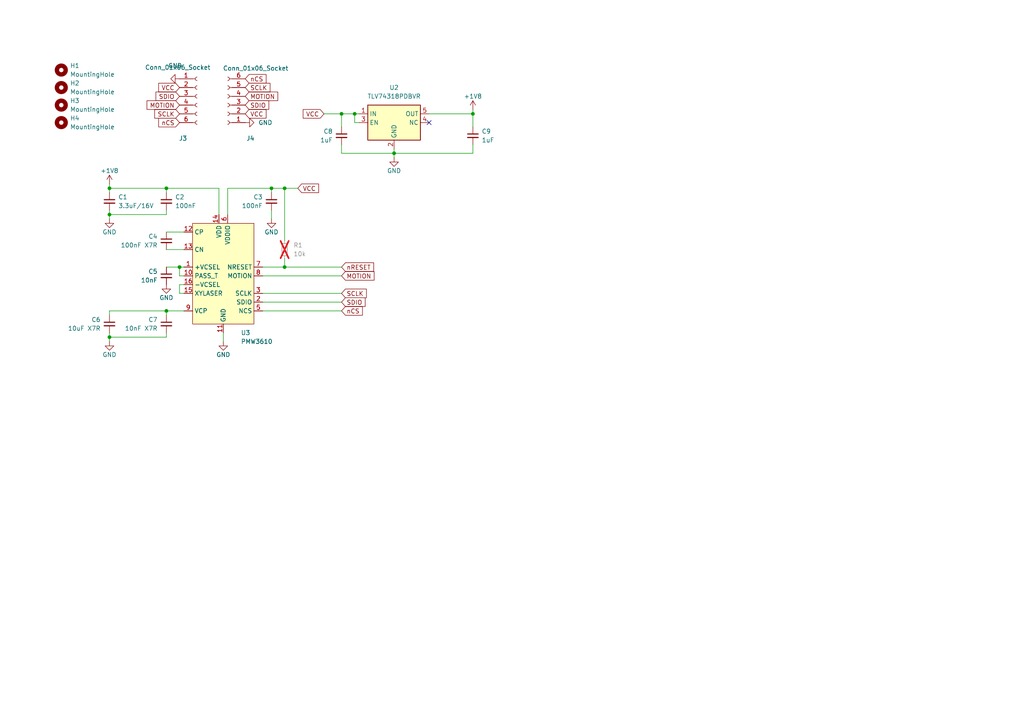
<source format=kicad_sch>
(kicad_sch (version 20250114) (generator "eeschema") (generator_version "9.0")
  (paper "A4")
  (lib_symbols
    (symbol "Connector:Conn_01x06_Socket" (pin_names (offset 1.016) (hide yes))
      (property "Reference" "J" (at 0 7.62 0))
      (property "Value" "Conn_01x06_Socket" (at 0 -10.16 0))
      (symbol "Conn_01x06_Socket_1_1"
        (polyline (pts (xy -1.27 5.08) (xy -0.508 5.08)) (stroke (width 0.1524)))
        (polyline (pts (xy -1.27 2.54) (xy -0.508 2.54)) (stroke (width 0.1524)))
        (polyline (pts (xy -1.27 0) (xy -0.508 0)) (stroke (width 0.1524)))
        (polyline (pts (xy -1.27 -2.54) (xy -0.508 -2.54)) (stroke (width 0.1524)))
        (polyline (pts (xy -1.27 -5.08) (xy -0.508 -5.08)) (stroke (width 0.1524)))
        (polyline (pts (xy -1.27 -7.62) (xy -0.508 -7.62)) (stroke (width 0.1524)))
        (arc (start 0 4.572) (mid -0.5058 5.08) (end 0 5.588) (stroke (width 0.1524)))
        (arc (start 0 2.032) (mid -0.5058 2.54) (end 0 3.048) (stroke (width 0.1524)))
        (arc (start 0 -0.508) (mid -0.5058 0) (end 0 0.508) (stroke (width 0.1524)))
        (arc (start 0 -3.048) (mid -0.5058 -2.54) (end 0 -2.032) (stroke (width 0.1524)))
        (arc (start 0 -5.588) (mid -0.5058 -5.08) (end 0 -4.572) (stroke (width 0.1524)))
        (arc (start 0 -8.128) (mid -0.5058 -7.62) (end 0 -7.112) (stroke (width 0.1524)))
        (pin passive line (at -5.08 5.08 0) (length 3.81) (name "Pin_1") (number "1"))
        (pin passive line (at -5.08 2.54 0) (length 3.81) (name "Pin_2") (number "2"))
        (pin passive line (at -5.08 0 0) (length 3.81) (name "Pin_3") (number "3"))
        (pin passive line (at -5.08 -2.54 0) (length 3.81) (name "Pin_4") (number "4"))
        (pin passive line (at -5.08 -5.08 0) (length 3.81) (name "Pin_5") (number "5"))
        (pin passive line (at -5.08 -7.62 0) (length 3.81) (name "Pin_6") (number "6"))
      )
    )
    (symbol "Device:C_Small" (pin_numbers (hide yes)) (pin_names (offset 0.254) (hide yes))
      (property "Reference" "C" (at 0.254 1.778 0))
      (property "Value" "C_Small" (at 0.254 -2.032 0))
      (symbol "C_Small_0_1"
        (polyline (pts (xy -1.524 0.508) (xy 1.524 0.508)) (stroke (width 0.3048)))
        (polyline (pts (xy -1.524 -0.508) (xy 1.524 -0.508)) (stroke (width 0.3302)))
      )
      (symbol "C_Small_1_1"
        (pin passive line (at 0 2.54 270) (length 2.032) (name "~") (number "1"))
        (pin passive line (at 0 -2.54 90) (length 2.032) (name "~") (number "2"))
      )
    )
    (symbol "Device:R_Small" (pin_numbers (hide yes)) (pin_names (offset 0.254) (hide yes))
      (property "Reference" "R" (at 0.762 0.508 0))
      (property "Value" "R_Small" (at 0.762 -1.016 0))
      (symbol "R_Small_0_1"
        (rectangle (start -0.762 1.778) (end 0.762 -1.778) (stroke (width 0.2032)))
      )
      (symbol "R_Small_1_1"
        (pin passive line (at 0 2.54 270) (length 0.762) (name "~") (number "1"))
        (pin passive line (at 0 -2.54 90) (length 0.762) (name "~") (number "2"))
      )
    )
    (symbol "GND_2" (power) (pin_numbers (hide yes)) (pin_names (offset 0) (hide yes))
      (property "Value" "GND" (at 0 -3.81 0))
      (symbol "GND_2_0_1"
        (polyline (pts (xy 0 0) (xy 0 -1.27) (xy 1.27 -1.27) (xy 0 -2.54) (xy -1.27 -1.27) (xy 0 -1.27)))
      )
      (symbol "GND_2_1_1"
        (pin power_in line (at 0 0 270) (length 0) (name "~") (number "1"))
      )
    )
    (symbol "Mechanical:MountingHole" (pin_names (offset 1.016)) (in_bom no)
      (property "Reference" "H" (at 0 5.08 0))
      (property "Value" "MountingHole" (at 0 3.175 0))
      (symbol "MountingHole_0_1"
        (circle (center 0 0) (radius 1.27) (stroke (width 1.27)))
      )
    )
    (symbol "pmw3610_pcb:PMW3610DM-SUDU"
      (property "Reference" "U?" (at 7.62 -15.24 0))
      (property "Value" "PMW3610" (at 10.16 -17.78 0))
      (symbol "PMW3610DM-SUDU_0_1"
        (rectangle (start -8.89 15.24) (end 8.89 -13.97) (fill (type background)))
      )
      (symbol "PMW3610DM-SUDU_1_1"
        (pin power_in line (at -11.43 12.7 0) (length 2.54) (name "CP") (number "12"))
        (pin power_in line (at -11.43 7.62 0) (length 2.54) (name "CN") (number "13"))
        (pin input line (at -11.43 2.54 0) (length 2.54) (name "+VCSEL") (number "1"))
        (pin power_in line (at -11.43 0 0) (length 2.54) (name "PASS_T") (number "10"))
        (pin input line (at -11.43 -2.54 0) (length 2.54) (name "-VCSEL") (number "16"))
        (pin input line (at -11.43 -5.08 0) (length 2.54) (name "XYLASER") (number "15"))
        (pin power_in line (at -11.43 -10.16 0) (length 2.54) (name "VCP") (number "9"))
        (pin power_in line (at -1.27 17.78 270) (length 2.54) (name "VDD") (number "14"))
        (pin power_in line (at 0 -16.51 90) (length 2.54) (name "GND") (number "11"))
        (pin power_in line (at 1.27 17.78 270) (length 2.54) (name "VDDIO") (number "6"))
        (pin no_connect line (at 2.54 -13.97 270) (length 2.54) (hide yes) (name "NC") (number "4"))
        (pin input line (at 11.43 2.54 180) (length 2.54) (name "NRESET") (number "7"))
        (pin output line (at 11.43 0 180) (length 2.54) (name "MOTION") (number "8"))
        (pin input line (at 11.43 -5.08 180) (length 2.54) (name "SCLK") (number "3"))
        (pin bidirectional line (at 11.43 -7.62 180) (length 2.54) (name "SDIO") (number "2"))
        (pin input line (at 11.43 -10.16 180) (length 2.54) (name "NCS") (number "5"))
      )
    )
    (symbol "pmw3610_pcb:TLV74318PDBVR"
      (property "Reference" "U" (at 0 8.89 0))
      (property "Value" "TLV74318PDBVR" (at 0 6.35 0))
      (symbol "TLV74318PDBVR_0_1"
        (rectangle (start -7.62 5.08) (end 7.62 -5.08) (stroke (width 0.254)) (fill (type background)))
      )
      (symbol "TLV74318PDBVR_1_1"
        (pin power_in line (at -10.16 2.54 0) (length 2.54) (name "IN") (number "1"))
        (pin input line (at -10.16 0 0) (length 2.54) (name "EN") (number "3"))
        (pin power_in line (at 0 -7.62 90) (length 2.54) (name "GND") (number "2"))
        (pin power_out line (at 10.16 2.54 180) (length 2.54) (name "OUT") (number "5"))
        (pin output line (at 10.16 0 180) (length 2.54) (name "NC") (number "4"))
      )
    )
    (symbol "power:+1V8" (power) (pin_names (offset 0))
      (property "Value" "+1V8" (at 0 3.556 0))
      (symbol "+1V8_0_1"
        (polyline (pts (xy -0.762 1.27) (xy 0 2.54)))
        (polyline (pts (xy 0 2.54) (xy 0.762 1.27)))
        (polyline (pts (xy 0 0) (xy 0 2.54)))
      )
      (symbol "+1V8_1_1"
        (pin power_in line (at 0 0 90) (length 0) (hide yes) (name "+1V8") (number "1"))
      )
    )
    (symbol "power:GND" (power) (pin_names (offset 0))
      (property "Value" "GND" (at 0 -3.81 0))
      (symbol "GND_0_1"
        (polyline (pts (xy 0 0) (xy 0 -1.27) (xy 1.27 -1.27) (xy 0 -2.54) (xy -1.27 -1.27) (xy 0 -1.27)))
      )
      (symbol "GND_1_1"
        (pin power_in line (at 0 0 270) (length 0) (hide yes) (name "GND") (number "1"))
      )
    )
  )
  (junction (at 78.74 54.61))
  (junction (at 52.07 77.47))
  (junction (at 137.16 33.02))
  (junction (at 48.26 90.17))
  (junction (at 31.75 62.23))
  (junction (at 82.55 54.61))
  (junction (at 99.06 33.02))
  (junction (at 48.26 54.61))
  (junction (at 31.75 54.61))
  (junction (at 31.75 97.79))
  (junction (at 82.55 77.47))
  (junction (at 114.3 44.45))
  (junction (at 102.87 33.02))
  (no_connect (at 124.46 35.56))
  (wire (pts (xy 31.75 63.5) (xy 31.75 62.23)))
  (wire (pts (xy 31.75 97.79) (xy 48.26 97.79)))
  (wire (pts (xy 48.26 90.17) (xy 53.34 90.17)))
  (wire (pts (xy 78.74 54.61) (xy 82.55 54.61)))
  (wire (pts (xy 93.98 33.02) (xy 99.06 33.02)))
  (wire (pts (xy 99.06 85.09) (xy 76.2 85.09)))
  (wire (pts (xy 52.07 82.55) (xy 53.34 82.55)))
  (wire (pts (xy 114.3 44.45) (xy 114.3 45.72)))
  (wire (pts (xy 99.06 87.63) (xy 76.2 87.63)))
  (wire (pts (xy 66.04 54.61) (xy 78.74 54.61)))
  (wire (pts (xy 114.3 44.45) (xy 137.16 44.45)))
  (wire (pts (xy 31.75 90.17) (xy 48.26 90.17)))
  (wire (pts (xy 99.06 90.17) (xy 76.2 90.17)))
  (wire (pts (xy 53.34 80.01) (xy 52.07 80.01)))
  (wire (pts (xy 137.16 36.83) (xy 137.16 33.02)))
  (wire (pts (xy 82.55 77.47) (xy 82.55 74.93)))
  (wire (pts (xy 104.14 33.02) (xy 102.87 33.02)))
  (wire (pts (xy 99.06 41.91) (xy 99.06 44.45)))
  (wire (pts (xy 48.26 67.31) (xy 53.34 67.31)))
  (wire (pts (xy 76.2 77.47) (xy 82.55 77.47)))
  (wire (pts (xy 31.75 54.61) (xy 48.26 54.61)))
  (wire (pts (xy 52.07 77.47) (xy 53.34 77.47)))
  (wire (pts (xy 99.06 33.02) (xy 99.06 36.83)))
  (wire (pts (xy 31.75 54.61) (xy 31.75 55.88)))
  (wire (pts (xy 31.75 97.79) (xy 31.75 96.52)))
  (wire (pts (xy 31.75 99.06) (xy 31.75 97.79)))
  (wire (pts (xy 53.34 85.09) (xy 52.07 85.09)))
  (wire (pts (xy 82.55 54.61) (xy 86.36 54.61)))
  (wire (pts (xy 82.55 54.61) (xy 82.55 69.85)))
  (wire (pts (xy 137.16 41.91) (xy 137.16 44.45)))
  (wire (pts (xy 31.75 53.34) (xy 31.75 54.61)))
  (wire (pts (xy 102.87 33.02) (xy 102.87 35.56)))
  (wire (pts (xy 48.26 62.23) (xy 48.26 60.96)))
  (wire (pts (xy 78.74 54.61) (xy 78.74 55.88)))
  (wire (pts (xy 52.07 85.09) (xy 52.07 82.55)))
  (wire (pts (xy 31.75 62.23) (xy 48.26 62.23)))
  (wire (pts (xy 48.26 97.79) (xy 48.26 96.52)))
  (wire (pts (xy 99.06 44.45) (xy 114.3 44.45)))
  (wire (pts (xy 48.26 91.44) (xy 48.26 90.17)))
  (wire (pts (xy 124.46 33.02) (xy 137.16 33.02)))
  (wire (pts (xy 102.87 33.02) (xy 99.06 33.02)))
  (wire (pts (xy 78.74 60.96) (xy 78.74 63.5)))
  (wire (pts (xy 48.26 72.39) (xy 53.34 72.39)))
  (wire (pts (xy 137.16 31.75) (xy 137.16 33.02)))
  (wire (pts (xy 52.07 80.01) (xy 52.07 77.47)))
  (wire (pts (xy 114.3 43.18) (xy 114.3 44.45)))
  (wire (pts (xy 66.04 54.61) (xy 66.04 62.23)))
  (wire (pts (xy 48.26 54.61) (xy 63.5 54.61)))
  (wire (pts (xy 48.26 54.61) (xy 48.26 55.88)))
  (wire (pts (xy 48.26 77.47) (xy 52.07 77.47)))
  (wire (pts (xy 76.2 80.01) (xy 99.06 80.01)))
  (wire (pts (xy 31.75 62.23) (xy 31.75 60.96)))
  (wire (pts (xy 64.77 99.06) (xy 64.77 96.52)))
  (wire (pts (xy 31.75 91.44) (xy 31.75 90.17)))
  (wire (pts (xy 82.55 77.47) (xy 99.06 77.47)))
  (wire (pts (xy 104.14 35.56) (xy 102.87 35.56)))
  (wire (pts (xy 63.5 54.61) (xy 63.5 62.23)))
  (global_label "VCC" (shape input) (at 71.12 33.02 0) (property "Intersheetrefs" "${INTERSHEET_REFS}" (effects (hide yes))))
  (global_label "SCLK" (shape input) (at 71.12 25.4 0) (property "Intersheetrefs" "${INTERSHEET_REFS}" (effects (hide yes))))
  (global_label "nRESET" (shape input) (at 99.06 77.47 0) (property "Intersheetrefs" "${INTERSHEET_REFS}" (effects (hide yes))))
  (global_label "nCS" (shape input) (at 52.07 35.56 180) (property "Intersheetrefs" "${INTERSHEET_REFS}" (effects (hide yes))))
  (global_label "SDIO" (shape input) (at 52.07 27.94 180) (property "Intersheetrefs" "${INTERSHEET_REFS}" (effects (hide yes))))
  (global_label "VCC" (shape input) (at 86.36 54.61 0) (property "Intersheetrefs" "${INTERSHEET_REFS}" (effects (hide yes))))
  (global_label "MOTION" (shape input) (at 71.12 27.94 0) (property "Intersheetrefs" "${INTERSHEET_REFS}" (effects (hide yes))))
  (global_label "VCC" (shape input) (at 93.98 33.02 180) (property "Intersheetrefs" "${INTERSHEET_REFS}" (effects (hide yes))))
  (global_label "MOTION" (shape input) (at 52.07 30.48 180) (property "Intersheetrefs" "${INTERSHEET_REFS}" (effects (hide yes))))
  (global_label "SDIO" (shape input) (at 99.06 87.63 0) (property "Intersheetrefs" "${INTERSHEET_REFS}" (effects (hide yes))))
  (global_label "nCS" (shape input) (at 99.06 90.17 0) (property "Intersheetrefs" "${INTERSHEET_REFS}" (effects (hide yes))))
  (global_label "SCLK" (shape input) (at 99.06 85.09 0) (property "Intersheetrefs" "${INTERSHEET_REFS}" (effects (hide yes))))
  (global_label "SCLK" (shape input) (at 52.07 33.02 180) (property "Intersheetrefs" "${INTERSHEET_REFS}" (effects (hide yes))))
  (global_label "nCS" (shape input) (at 71.12 22.86 0) (property "Intersheetrefs" "${INTERSHEET_REFS}" (effects (hide yes))))
  (global_label "VCC" (shape input) (at 52.07 25.4 180) (property "Intersheetrefs" "${INTERSHEET_REFS}" (effects (hide yes))))
  (global_label "SDIO" (shape input) (at 71.12 30.48 0) (property "Intersheetrefs" "${INTERSHEET_REFS}" (effects (hide yes))))
  (global_label "MOTION" (shape input) (at 99.06 80.01 0) (property "Intersheetrefs" "${INTERSHEET_REFS}" (effects (hide yes))))
  (symbol (lib_name "GND_2") (lib_id "power:GND") (at 52.07 22.86 270) (unit 1)
    (property "Reference" "#PWR05" (effects (hide yes)))
    (property "Value" "GND" (at 50.8 19.05 90))
    (property "Description" "Power symbol creates a global label with name \"GND\" , ground" (effects (hide yes)))
  )
  (symbol (lib_id "Device:C_Small") (at 99.06 39.37 0) (mirror y) (unit 1)
    (property "Reference" "C8" (at 96.52 38.1063 0) (effects (justify left)))
    (property "Value" "1uF" (at 96.52 40.6463 0) (effects (justify left)))
    (property "Footprint" "Capacitor_SMD:C_0603_1608Metric" (effects (hide yes)))
  )
  (symbol (lib_id "Mechanical:MountingHole") (at 17.78 30.48 0) (unit 1) (in_bom no)
    (property "Reference" "H3" (at 20.32 29.2099 0) (effects (justify left)))
    (property "Value" "MountingHole" (at 20.32 31.7499 0) (effects (justify left)))
    (property "Footprint" "kbd_Hole:m2_Screw_Hole" (effects (hide yes)))
    (property "Description" "Mounting Hole without connection" (effects (hide yes)))
  )
  (symbol (lib_id "power:GND") (at 64.77 99.06 0) (unit 1)
    (property "Reference" "#PWR013" (effects (hide yes)))
    (property "Value" "GND" (at 64.77 102.87 0))
  )
  (symbol (lib_id "pmw3610_pcb:PMW3610DM-SUDU") (at 64.77 80.01 0) (unit 1)
    (property "Reference" "U3" (at 69.85 96.52 0) (effects (justify left)))
    (property "Value" "PMW3610" (at 69.85 99.06 0) (effects (justify left)))
    (property "Footprint" "Sekitei:PMW3610DM-SUDU 16Pin" (effects (hide yes)))
  )
  (symbol (lib_id "power:GND") (at 31.75 63.5 0) (unit 1)
    (property "Reference" "#PWR03" (effects (hide yes)))
    (property "Value" "GND" (at 31.75 67.31 0))
  )
  (symbol (lib_id "Device:C_Small") (at 137.16 39.37 0) (unit 1)
    (property "Reference" "C9" (at 139.7 38.1063 0) (effects (justify left)))
    (property "Value" "1uF" (at 139.7 40.6463 0) (effects (justify left)))
    (property "Footprint" "Capacitor_SMD:C_0603_1608Metric" (effects (hide yes)))
  )
  (symbol (lib_id "Device:C_Small") (at 48.26 58.42 0) (unit 1)
    (property "Reference" "C2" (at 50.8 57.1563 0) (effects (justify left)))
    (property "Value" "100nF" (at 50.8 59.6963 0) (effects (justify left)))
    (property "Footprint" "Capacitor_SMD:C_0603_1608Metric" (effects (hide yes)))
  )
  (symbol (lib_id "Device:C_Small") (at 48.26 69.85 0) (mirror y) (unit 1)
    (property "Reference" "C4" (at 45.72 68.5863 0) (effects (justify left)))
    (property "Value" "100nF X7R" (at 45.72 71.1263 0) (effects (justify left)))
    (property "Footprint" "Capacitor_SMD:C_0603_1608Metric" (effects (hide yes)))
  )
  (symbol (lib_id "Mechanical:MountingHole") (at 17.78 25.4 0) (unit 1) (in_bom no)
    (property "Reference" "H2" (at 20.32 24.1299 0) (effects (justify left)))
    (property "Value" "MountingHole" (at 20.32 26.6699 0) (effects (justify left)))
    (property "Footprint" "kbd_Hole:m2_Screw_Hole" (effects (hide yes)))
    (property "Description" "Mounting Hole without connection" (effects (hide yes)))
  )
  (symbol (lib_id "power:GND") (at 114.3 45.72 0) (unit 1)
    (property "Reference" "#PWR010" (effects (hide yes)))
    (property "Value" "GND" (at 114.3 49.53 0))
  )
  (symbol (lib_id "Device:C_Small") (at 31.75 93.98 0) (mirror y) (unit 1)
    (property "Reference" "C6" (at 29.21 92.7163 0) (effects (justify left)))
    (property "Value" "10uF X7R" (at 29.21 95.2563 0) (effects (justify left)))
    (property "Footprint" "Capacitor_SMD:C_0603_1608Metric" (effects (hide yes)))
  )
  (symbol (lib_id "power:+1V8") (at 137.16 31.75 0) (unit 1)
    (property "Reference" "#PWR09" (effects (hide yes)))
    (property "Value" "+1V8" (at 137.16 27.94 0))
  )
  (symbol (lib_id "power:GND") (at 31.75 99.06 0) (unit 1)
    (property "Reference" "#PWR07" (effects (hide yes)))
    (property "Value" "GND" (at 31.75 102.87 0))
  )
  (symbol (lib_id "Device:C_Small") (at 78.74 58.42 0) (mirror y) (unit 1)
    (property "Reference" "C3" (at 76.2 57.1563 0) (effects (justify left)))
    (property "Value" "100nF" (at 76.2 59.6963 0) (effects (justify left)))
    (property "Footprint" "Capacitor_SMD:C_0603_1608Metric" (effects (hide yes)))
  )
  (symbol (lib_id "Mechanical:MountingHole") (at 17.78 20.32 0) (unit 1) (in_bom no)
    (property "Reference" "H1" (at 20.32 19.0499 0) (effects (justify left)))
    (property "Value" "MountingHole" (at 20.32 21.5899 0) (effects (justify left)))
    (property "Footprint" "kbd_Hole:m2_Screw_Hole" (effects (hide yes)))
    (property "Description" "Mounting Hole without connection" (effects (hide yes)))
  )
  (symbol (lib_id "Mechanical:MountingHole") (at 17.78 35.56 0) (unit 1) (in_bom no)
    (property "Reference" "H4" (at 20.32 34.2899 0) (effects (justify left)))
    (property "Value" "MountingHole" (at 20.32 36.8299 0) (effects (justify left)))
    (property "Footprint" "kbd_Hole:m2_Screw_Hole" (effects (hide yes)))
    (property "Description" "Mounting Hole without connection" (effects (hide yes)))
  )
  (symbol (lib_id "pmw3610_pcb:TLV74318PDBVR") (at 114.3 35.56 0) (unit 1)
    (property "Reference" "U2" (at 114.3 25.4 0))
    (property "Value" "TLV74318PDBVR" (at 114.3 27.94 0))
    (property "Footprint" "Package_TO_SOT_SMD:SOT-23-5_HandSoldering" (effects (hide yes)))
  )
  (symbol (lib_id "Connector:Conn_01x06_Socket") (at 57.15 27.94 0) (unit 1)
    (property "Reference" "J3" (at 53.086 40.132 0))
    (property "Value" "Conn_01x06_Socket" (at 51.562 19.558 0))
    (property "Footprint" "Connector_FFC-FPC:Hirose_FH12-6S-0.5SH_1x06-1MP_P0.50mm_Horizontal" (effects (hide yes)))
    (property "Description" "Generic connector, single row, 01x06, script generated" (effects (hide yes)))
  )
  (symbol (lib_id "Connector:Conn_01x06_Socket") (at 66.04 30.48 180) (unit 1)
    (property "Reference" "J4" (at 72.644 40.132 0))
    (property "Value" "Conn_01x06_Socket" (at 74.168 19.812 0))
    (property "Footprint" "Connector_FFC-FPC:Hirose_FH12-6S-0.5SH_1x06-1MP_P0.50mm_Horizontal" (effects (hide yes)))
    (property "Description" "Generic connector, single row, 01x06, script generated" (effects (hide yes)))
  )
  (symbol (lib_id "Device:C_Small") (at 48.26 93.98 0) (mirror y) (unit 1)
    (property "Reference" "C7" (at 45.72 92.7163 0) (effects (justify left)))
    (property "Value" "10nF X7R" (at 45.72 95.2563 0) (effects (justify left)))
    (property "Footprint" "Capacitor_SMD:C_0603_1608Metric" (effects (hide yes)))
  )
  (symbol (lib_id "Device:C_Small") (at 31.75 58.42 0) (unit 1)
    (property "Reference" "C1" (at 34.29 57.1563 0) (effects (justify left)))
    (property "Value" "3.3uF/16V" (at 34.29 59.6963 0) (effects (justify left)))
    (property "Footprint" "Capacitor_SMD:C_0603_1608Metric" (effects (hide yes)))
  )
  (symbol (lib_name "GND_2") (lib_id "power:GND") (at 71.12 35.56 90) (unit 1)
    (property "Reference" "#PWR06" (effects (hide yes)))
    (property "Value" "GND" (at 74.93 35.5599 90) (effects (justify right)))
    (property "Description" "Power symbol creates a global label with name \"GND\" , ground" (effects (hide yes)))
  )
  (symbol (lib_id "power:GND") (at 48.26 82.55 0) (unit 1)
    (property "Reference" "#PWR012" (effects (hide yes)))
    (property "Value" "GND" (at 48.26 86.36 0))
  )
  (symbol (lib_id "power:+1V8") (at 31.75 53.34 0) (unit 1)
    (property "Reference" "#PWR01" (effects (hide yes)))
    (property "Value" "+1V8" (at 31.75 49.53 0))
  )
  (symbol (lib_id "Device:R_Small") (at 82.55 72.39 0) (unit 1) (dnp yes)
    (property "Reference" "R1" (at 85.09 71.12 0) (effects (justify left)))
    (property "Value" "10k" (at 85.09 73.66 0) (effects (justify left)))
    (property "Footprint" "Resistor_SMD:R_0603_1608Metric" (effects (hide yes)))
  )
  (symbol (lib_id "Device:C_Small") (at 48.26 80.01 0) (mirror y) (unit 1)
    (property "Reference" "C5" (at 45.72 78.7463 0) (effects (justify left)))
    (property "Value" "10nF" (at 45.72 81.2863 0) (effects (justify left)))
    (property "Footprint" "Capacitor_SMD:C_0603_1608Metric" (effects (hide yes)))
  )
  (symbol (lib_id "power:GND") (at 78.74 63.5 0) (unit 1)
    (property "Reference" "#PWR014" (effects (hide yes)))
    (property "Value" "GND" (at 78.74 67.31 0))
  )
)
</source>
